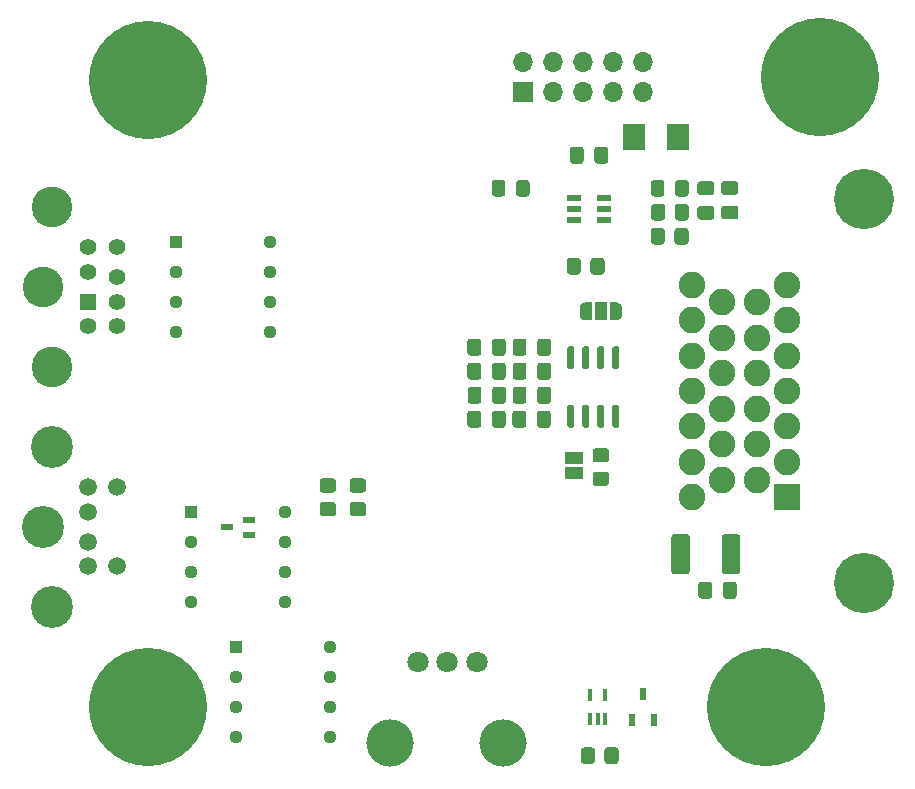
<source format=gbs>
%TF.GenerationSoftware,KiCad,Pcbnew,(5.1.10)-1*%
%TF.CreationDate,2022-05-04T21:28:41+02:00*%
%TF.ProjectId,telemetria tyl,74656c65-6d65-4747-9269-612074796c2e,rev?*%
%TF.SameCoordinates,Original*%
%TF.FileFunction,Soldermask,Bot*%
%TF.FilePolarity,Negative*%
%FSLAX46Y46*%
G04 Gerber Fmt 4.6, Leading zero omitted, Abs format (unit mm)*
G04 Created by KiCad (PCBNEW (5.1.10)-1) date 2022-05-04 21:28:41*
%MOMM*%
%LPD*%
G01*
G04 APERTURE LIST*
%ADD10C,1.800000*%
%ADD11C,4.000000*%
%ADD12C,1.509000*%
%ADD13C,3.555000*%
%ADD14C,0.900000*%
%ADD15C,10.000000*%
%ADD16R,2.250000X2.250000*%
%ADD17C,2.250000*%
%ADD18C,5.100000*%
%ADD19C,0.100000*%
%ADD20R,1.000000X1.500000*%
%ADD21R,1.500000X1.000000*%
%ADD22R,1.854500X2.286000*%
%ADD23R,1.000000X0.550000*%
%ADD24R,1.130000X1.130000*%
%ADD25C,1.130000*%
%ADD26R,1.700000X1.700000*%
%ADD27O,1.700000X1.700000*%
%ADD28R,1.390000X1.390000*%
%ADD29C,1.390000*%
%ADD30C,3.440000*%
%ADD31R,1.200000X0.600000*%
%ADD32R,0.400000X1.050000*%
%ADD33R,0.600000X1.050000*%
G04 APERTURE END LIST*
D10*
%TO.C,RV1*%
X63420000Y-74930000D03*
X60920000Y-74930000D03*
X58420000Y-74930000D03*
D11*
X65640000Y-81780000D03*
X56070000Y-81780000D03*
%TD*%
D12*
%TO.C,Mini_DIN_OUT1*%
X30480000Y-64770000D03*
X30480000Y-62170000D03*
X30480000Y-66820000D03*
X30480000Y-60120000D03*
X32970000Y-66820000D03*
X32970000Y-60120000D03*
D13*
X27480000Y-70230000D03*
X26670000Y-63470000D03*
X27480000Y-56710000D03*
%TD*%
%TO.C,R6*%
G36*
G01*
X79340000Y-38411999D02*
X79340000Y-39312001D01*
G75*
G02*
X79090001Y-39562000I-249999J0D01*
G01*
X78389999Y-39562000D01*
G75*
G02*
X78140000Y-39312001I0J249999D01*
G01*
X78140000Y-38411999D01*
G75*
G02*
X78389999Y-38162000I249999J0D01*
G01*
X79090001Y-38162000D01*
G75*
G02*
X79340000Y-38411999I0J-249999D01*
G01*
G37*
G36*
G01*
X81340000Y-38411999D02*
X81340000Y-39312001D01*
G75*
G02*
X81090001Y-39562000I-249999J0D01*
G01*
X80389999Y-39562000D01*
G75*
G02*
X80140000Y-39312001I0J249999D01*
G01*
X80140000Y-38411999D01*
G75*
G02*
X80389999Y-38162000I249999J0D01*
G01*
X81090001Y-38162000D01*
G75*
G02*
X81340000Y-38411999I0J-249999D01*
G01*
G37*
%TD*%
%TO.C,R5*%
G36*
G01*
X80172000Y-37280001D02*
X80172000Y-36379999D01*
G75*
G02*
X80421999Y-36130000I249999J0D01*
G01*
X81122001Y-36130000D01*
G75*
G02*
X81372000Y-36379999I0J-249999D01*
G01*
X81372000Y-37280001D01*
G75*
G02*
X81122001Y-37530000I-249999J0D01*
G01*
X80421999Y-37530000D01*
G75*
G02*
X80172000Y-37280001I0J249999D01*
G01*
G37*
G36*
G01*
X78172000Y-37280001D02*
X78172000Y-36379999D01*
G75*
G02*
X78421999Y-36130000I249999J0D01*
G01*
X79122001Y-36130000D01*
G75*
G02*
X79372000Y-36379999I0J-249999D01*
G01*
X79372000Y-37280001D01*
G75*
G02*
X79122001Y-37530000I-249999J0D01*
G01*
X78421999Y-37530000D01*
G75*
G02*
X78172000Y-37280001I0J249999D01*
G01*
G37*
%TD*%
%TO.C,R2*%
G36*
G01*
X73028000Y-41852001D02*
X73028000Y-40951999D01*
G75*
G02*
X73277999Y-40702000I249999J0D01*
G01*
X73978001Y-40702000D01*
G75*
G02*
X74228000Y-40951999I0J-249999D01*
G01*
X74228000Y-41852001D01*
G75*
G02*
X73978001Y-42102000I-249999J0D01*
G01*
X73277999Y-42102000D01*
G75*
G02*
X73028000Y-41852001I0J249999D01*
G01*
G37*
G36*
G01*
X71028000Y-41852001D02*
X71028000Y-40951999D01*
G75*
G02*
X71277999Y-40702000I249999J0D01*
G01*
X71978001Y-40702000D01*
G75*
G02*
X72228000Y-40951999I0J-249999D01*
G01*
X72228000Y-41852001D01*
G75*
G02*
X71978001Y-42102000I-249999J0D01*
G01*
X71277999Y-42102000D01*
G75*
G02*
X71028000Y-41852001I0J249999D01*
G01*
G37*
%TD*%
%TO.C,D4*%
G36*
G01*
X80206000Y-35248001D02*
X80206000Y-34347999D01*
G75*
G02*
X80455999Y-34098000I249999J0D01*
G01*
X81106001Y-34098000D01*
G75*
G02*
X81356000Y-34347999I0J-249999D01*
G01*
X81356000Y-35248001D01*
G75*
G02*
X81106001Y-35498000I-249999J0D01*
G01*
X80455999Y-35498000D01*
G75*
G02*
X80206000Y-35248001I0J249999D01*
G01*
G37*
G36*
G01*
X78156000Y-35248001D02*
X78156000Y-34347999D01*
G75*
G02*
X78405999Y-34098000I249999J0D01*
G01*
X79056001Y-34098000D01*
G75*
G02*
X79306000Y-34347999I0J-249999D01*
G01*
X79306000Y-35248001D01*
G75*
G02*
X79056001Y-35498000I-249999J0D01*
G01*
X78405999Y-35498000D01*
G75*
G02*
X78156000Y-35248001I0J249999D01*
G01*
G37*
%TD*%
%TO.C,D2*%
G36*
G01*
X65835000Y-34347999D02*
X65835000Y-35248001D01*
G75*
G02*
X65585001Y-35498000I-249999J0D01*
G01*
X64934999Y-35498000D01*
G75*
G02*
X64685000Y-35248001I0J249999D01*
G01*
X64685000Y-34347999D01*
G75*
G02*
X64934999Y-34098000I249999J0D01*
G01*
X65585001Y-34098000D01*
G75*
G02*
X65835000Y-34347999I0J-249999D01*
G01*
G37*
G36*
G01*
X67885000Y-34347999D02*
X67885000Y-35248001D01*
G75*
G02*
X67635001Y-35498000I-249999J0D01*
G01*
X66984999Y-35498000D01*
G75*
G02*
X66735000Y-35248001I0J249999D01*
G01*
X66735000Y-34347999D01*
G75*
G02*
X66984999Y-34098000I249999J0D01*
G01*
X67635001Y-34098000D01*
G75*
G02*
X67885000Y-34347999I0J-249999D01*
G01*
G37*
%TD*%
%TO.C,C6*%
G36*
G01*
X84361000Y-36264000D02*
X85311000Y-36264000D01*
G75*
G02*
X85561000Y-36514000I0J-250000D01*
G01*
X85561000Y-37189000D01*
G75*
G02*
X85311000Y-37439000I-250000J0D01*
G01*
X84361000Y-37439000D01*
G75*
G02*
X84111000Y-37189000I0J250000D01*
G01*
X84111000Y-36514000D01*
G75*
G02*
X84361000Y-36264000I250000J0D01*
G01*
G37*
G36*
G01*
X84361000Y-34189000D02*
X85311000Y-34189000D01*
G75*
G02*
X85561000Y-34439000I0J-250000D01*
G01*
X85561000Y-35114000D01*
G75*
G02*
X85311000Y-35364000I-250000J0D01*
G01*
X84361000Y-35364000D01*
G75*
G02*
X84111000Y-35114000I0J250000D01*
G01*
X84111000Y-34439000D01*
G75*
G02*
X84361000Y-34189000I250000J0D01*
G01*
G37*
%TD*%
%TO.C,C5*%
G36*
G01*
X82329000Y-36285500D02*
X83279000Y-36285500D01*
G75*
G02*
X83529000Y-36535500I0J-250000D01*
G01*
X83529000Y-37210500D01*
G75*
G02*
X83279000Y-37460500I-250000J0D01*
G01*
X82329000Y-37460500D01*
G75*
G02*
X82079000Y-37210500I0J250000D01*
G01*
X82079000Y-36535500D01*
G75*
G02*
X82329000Y-36285500I250000J0D01*
G01*
G37*
G36*
G01*
X82329000Y-34210500D02*
X83279000Y-34210500D01*
G75*
G02*
X83529000Y-34460500I0J-250000D01*
G01*
X83529000Y-35135500D01*
G75*
G02*
X83279000Y-35385500I-250000J0D01*
G01*
X82329000Y-35385500D01*
G75*
G02*
X82079000Y-35135500I0J250000D01*
G01*
X82079000Y-34460500D01*
G75*
G02*
X82329000Y-34210500I250000J0D01*
G01*
G37*
%TD*%
%TO.C,C3*%
G36*
G01*
X73369500Y-32479000D02*
X73369500Y-31529000D01*
G75*
G02*
X73619500Y-31279000I250000J0D01*
G01*
X74294500Y-31279000D01*
G75*
G02*
X74544500Y-31529000I0J-250000D01*
G01*
X74544500Y-32479000D01*
G75*
G02*
X74294500Y-32729000I-250000J0D01*
G01*
X73619500Y-32729000D01*
G75*
G02*
X73369500Y-32479000I0J250000D01*
G01*
G37*
G36*
G01*
X71294500Y-32479000D02*
X71294500Y-31529000D01*
G75*
G02*
X71544500Y-31279000I250000J0D01*
G01*
X72219500Y-31279000D01*
G75*
G02*
X72469500Y-31529000I0J-250000D01*
G01*
X72469500Y-32479000D01*
G75*
G02*
X72219500Y-32729000I-250000J0D01*
G01*
X71544500Y-32729000D01*
G75*
G02*
X71294500Y-32479000I0J250000D01*
G01*
G37*
%TD*%
%TO.C,C13*%
G36*
G01*
X68522000Y-48735000D02*
X68522000Y-47785000D01*
G75*
G02*
X68772000Y-47535000I250000J0D01*
G01*
X69447000Y-47535000D01*
G75*
G02*
X69697000Y-47785000I0J-250000D01*
G01*
X69697000Y-48735000D01*
G75*
G02*
X69447000Y-48985000I-250000J0D01*
G01*
X68772000Y-48985000D01*
G75*
G02*
X68522000Y-48735000I0J250000D01*
G01*
G37*
G36*
G01*
X66447000Y-48735000D02*
X66447000Y-47785000D01*
G75*
G02*
X66697000Y-47535000I250000J0D01*
G01*
X67372000Y-47535000D01*
G75*
G02*
X67622000Y-47785000I0J-250000D01*
G01*
X67622000Y-48735000D01*
G75*
G02*
X67372000Y-48985000I-250000J0D01*
G01*
X66697000Y-48985000D01*
G75*
G02*
X66447000Y-48735000I0J250000D01*
G01*
G37*
%TD*%
%TO.C,C14*%
G36*
G01*
X66447000Y-50767000D02*
X66447000Y-49817000D01*
G75*
G02*
X66697000Y-49567000I250000J0D01*
G01*
X67372000Y-49567000D01*
G75*
G02*
X67622000Y-49817000I0J-250000D01*
G01*
X67622000Y-50767000D01*
G75*
G02*
X67372000Y-51017000I-250000J0D01*
G01*
X66697000Y-51017000D01*
G75*
G02*
X66447000Y-50767000I0J250000D01*
G01*
G37*
G36*
G01*
X68522000Y-50767000D02*
X68522000Y-49817000D01*
G75*
G02*
X68772000Y-49567000I250000J0D01*
G01*
X69447000Y-49567000D01*
G75*
G02*
X69697000Y-49817000I0J-250000D01*
G01*
X69697000Y-50767000D01*
G75*
G02*
X69447000Y-51017000I-250000J0D01*
G01*
X68772000Y-51017000D01*
G75*
G02*
X68522000Y-50767000I0J250000D01*
G01*
G37*
%TD*%
%TO.C,C12*%
G36*
G01*
X83348500Y-68359000D02*
X83348500Y-69309000D01*
G75*
G02*
X83098500Y-69559000I-250000J0D01*
G01*
X82423500Y-69559000D01*
G75*
G02*
X82173500Y-69309000I0J250000D01*
G01*
X82173500Y-68359000D01*
G75*
G02*
X82423500Y-68109000I250000J0D01*
G01*
X83098500Y-68109000D01*
G75*
G02*
X83348500Y-68359000I0J-250000D01*
G01*
G37*
G36*
G01*
X85423500Y-68359000D02*
X85423500Y-69309000D01*
G75*
G02*
X85173500Y-69559000I-250000J0D01*
G01*
X84498500Y-69559000D01*
G75*
G02*
X84248500Y-69309000I0J250000D01*
G01*
X84248500Y-68359000D01*
G75*
G02*
X84498500Y-68109000I250000J0D01*
G01*
X85173500Y-68109000D01*
G75*
G02*
X85423500Y-68359000I0J-250000D01*
G01*
G37*
%TD*%
%TO.C,C15*%
G36*
G01*
X68522000Y-52799000D02*
X68522000Y-51849000D01*
G75*
G02*
X68772000Y-51599000I250000J0D01*
G01*
X69447000Y-51599000D01*
G75*
G02*
X69697000Y-51849000I0J-250000D01*
G01*
X69697000Y-52799000D01*
G75*
G02*
X69447000Y-53049000I-250000J0D01*
G01*
X68772000Y-53049000D01*
G75*
G02*
X68522000Y-52799000I0J250000D01*
G01*
G37*
G36*
G01*
X66447000Y-52799000D02*
X66447000Y-51849000D01*
G75*
G02*
X66697000Y-51599000I250000J0D01*
G01*
X67372000Y-51599000D01*
G75*
G02*
X67622000Y-51849000I0J-250000D01*
G01*
X67622000Y-52799000D01*
G75*
G02*
X67372000Y-53049000I-250000J0D01*
G01*
X66697000Y-53049000D01*
G75*
G02*
X66447000Y-52799000I0J250000D01*
G01*
G37*
%TD*%
%TO.C,C17*%
G36*
G01*
X64690500Y-48735000D02*
X64690500Y-47785000D01*
G75*
G02*
X64940500Y-47535000I250000J0D01*
G01*
X65615500Y-47535000D01*
G75*
G02*
X65865500Y-47785000I0J-250000D01*
G01*
X65865500Y-48735000D01*
G75*
G02*
X65615500Y-48985000I-250000J0D01*
G01*
X64940500Y-48985000D01*
G75*
G02*
X64690500Y-48735000I0J250000D01*
G01*
G37*
G36*
G01*
X62615500Y-48735000D02*
X62615500Y-47785000D01*
G75*
G02*
X62865500Y-47535000I250000J0D01*
G01*
X63540500Y-47535000D01*
G75*
G02*
X63790500Y-47785000I0J-250000D01*
G01*
X63790500Y-48735000D01*
G75*
G02*
X63540500Y-48985000I-250000J0D01*
G01*
X62865500Y-48985000D01*
G75*
G02*
X62615500Y-48735000I0J250000D01*
G01*
G37*
%TD*%
D14*
%TO.C,H4*%
X95107650Y-22748350D03*
X92456000Y-21650000D03*
X89804350Y-22748350D03*
X88706000Y-25400000D03*
X89804350Y-28051650D03*
X92456000Y-29150000D03*
X95107650Y-28051650D03*
X96206000Y-25400000D03*
D15*
X92456000Y-25400000D03*
%TD*%
%TO.C,C20*%
G36*
G01*
X62615500Y-54831000D02*
X62615500Y-53881000D01*
G75*
G02*
X62865500Y-53631000I250000J0D01*
G01*
X63540500Y-53631000D01*
G75*
G02*
X63790500Y-53881000I0J-250000D01*
G01*
X63790500Y-54831000D01*
G75*
G02*
X63540500Y-55081000I-250000J0D01*
G01*
X62865500Y-55081000D01*
G75*
G02*
X62615500Y-54831000I0J250000D01*
G01*
G37*
G36*
G01*
X64690500Y-54831000D02*
X64690500Y-53881000D01*
G75*
G02*
X64940500Y-53631000I250000J0D01*
G01*
X65615500Y-53631000D01*
G75*
G02*
X65865500Y-53881000I0J-250000D01*
G01*
X65865500Y-54831000D01*
G75*
G02*
X65615500Y-55081000I-250000J0D01*
G01*
X64940500Y-55081000D01*
G75*
G02*
X64690500Y-54831000I0J250000D01*
G01*
G37*
%TD*%
D14*
%TO.C,H2*%
X38211650Y-23002350D03*
X35560000Y-21904000D03*
X32908350Y-23002350D03*
X31810000Y-25654000D03*
X32908350Y-28305650D03*
X35560000Y-29404000D03*
X38211650Y-28305650D03*
X39310000Y-25654000D03*
D15*
X35560000Y-25654000D03*
%TD*%
%TO.C,R4*%
G36*
G01*
X74364001Y-58004000D02*
X73463999Y-58004000D01*
G75*
G02*
X73214000Y-57754001I0J249999D01*
G01*
X73214000Y-57053999D01*
G75*
G02*
X73463999Y-56804000I249999J0D01*
G01*
X74364001Y-56804000D01*
G75*
G02*
X74614000Y-57053999I0J-249999D01*
G01*
X74614000Y-57754001D01*
G75*
G02*
X74364001Y-58004000I-249999J0D01*
G01*
G37*
G36*
G01*
X74364001Y-60004000D02*
X73463999Y-60004000D01*
G75*
G02*
X73214000Y-59754001I0J249999D01*
G01*
X73214000Y-59053999D01*
G75*
G02*
X73463999Y-58804000I249999J0D01*
G01*
X74364001Y-58804000D01*
G75*
G02*
X74614000Y-59053999I0J-249999D01*
G01*
X74614000Y-59754001D01*
G75*
G02*
X74364001Y-60004000I-249999J0D01*
G01*
G37*
%TD*%
%TO.C,C18*%
G36*
G01*
X62615500Y-50767000D02*
X62615500Y-49817000D01*
G75*
G02*
X62865500Y-49567000I250000J0D01*
G01*
X63540500Y-49567000D01*
G75*
G02*
X63790500Y-49817000I0J-250000D01*
G01*
X63790500Y-50767000D01*
G75*
G02*
X63540500Y-51017000I-250000J0D01*
G01*
X62865500Y-51017000D01*
G75*
G02*
X62615500Y-50767000I0J250000D01*
G01*
G37*
G36*
G01*
X64690500Y-50767000D02*
X64690500Y-49817000D01*
G75*
G02*
X64940500Y-49567000I250000J0D01*
G01*
X65615500Y-49567000D01*
G75*
G02*
X65865500Y-49817000I0J-250000D01*
G01*
X65865500Y-50767000D01*
G75*
G02*
X65615500Y-51017000I-250000J0D01*
G01*
X64940500Y-51017000D01*
G75*
G02*
X64690500Y-50767000I0J250000D01*
G01*
G37*
%TD*%
%TO.C,H1*%
X35560000Y-78740000D03*
D14*
X39310000Y-78740000D03*
X38211650Y-81391650D03*
X35560000Y-82490000D03*
X32908350Y-81391650D03*
X31810000Y-78740000D03*
X32908350Y-76088350D03*
X35560000Y-74990000D03*
X38211650Y-76088350D03*
%TD*%
%TO.C,C16*%
G36*
G01*
X68500500Y-54831000D02*
X68500500Y-53881000D01*
G75*
G02*
X68750500Y-53631000I250000J0D01*
G01*
X69425500Y-53631000D01*
G75*
G02*
X69675500Y-53881000I0J-250000D01*
G01*
X69675500Y-54831000D01*
G75*
G02*
X69425500Y-55081000I-250000J0D01*
G01*
X68750500Y-55081000D01*
G75*
G02*
X68500500Y-54831000I0J250000D01*
G01*
G37*
G36*
G01*
X66425500Y-54831000D02*
X66425500Y-53881000D01*
G75*
G02*
X66675500Y-53631000I250000J0D01*
G01*
X67350500Y-53631000D01*
G75*
G02*
X67600500Y-53881000I0J-250000D01*
G01*
X67600500Y-54831000D01*
G75*
G02*
X67350500Y-55081000I-250000J0D01*
G01*
X66675500Y-55081000D01*
G75*
G02*
X66425500Y-54831000I0J250000D01*
G01*
G37*
%TD*%
%TO.C,C19*%
G36*
G01*
X64712000Y-52799000D02*
X64712000Y-51849000D01*
G75*
G02*
X64962000Y-51599000I250000J0D01*
G01*
X65637000Y-51599000D01*
G75*
G02*
X65887000Y-51849000I0J-250000D01*
G01*
X65887000Y-52799000D01*
G75*
G02*
X65637000Y-53049000I-250000J0D01*
G01*
X64962000Y-53049000D01*
G75*
G02*
X64712000Y-52799000I0J250000D01*
G01*
G37*
G36*
G01*
X62637000Y-52799000D02*
X62637000Y-51849000D01*
G75*
G02*
X62887000Y-51599000I250000J0D01*
G01*
X63562000Y-51599000D01*
G75*
G02*
X63812000Y-51849000I0J-250000D01*
G01*
X63812000Y-52799000D01*
G75*
G02*
X63562000Y-53049000I-250000J0D01*
G01*
X62887000Y-53049000D01*
G75*
G02*
X62637000Y-52799000I0J250000D01*
G01*
G37*
%TD*%
%TO.C,FB1*%
G36*
G01*
X85729000Y-64335999D02*
X85729000Y-67236001D01*
G75*
G02*
X85479001Y-67486000I-249999J0D01*
G01*
X84403999Y-67486000D01*
G75*
G02*
X84154000Y-67236001I0J249999D01*
G01*
X84154000Y-64335999D01*
G75*
G02*
X84403999Y-64086000I249999J0D01*
G01*
X85479001Y-64086000D01*
G75*
G02*
X85729000Y-64335999I0J-249999D01*
G01*
G37*
G36*
G01*
X81454000Y-64335999D02*
X81454000Y-67236001D01*
G75*
G02*
X81204001Y-67486000I-249999J0D01*
G01*
X80128999Y-67486000D01*
G75*
G02*
X79879000Y-67236001I0J249999D01*
G01*
X79879000Y-64335999D01*
G75*
G02*
X80128999Y-64086000I249999J0D01*
G01*
X81204001Y-64086000D01*
G75*
G02*
X81454000Y-64335999I0J-249999D01*
G01*
G37*
%TD*%
D15*
%TO.C,H3*%
X87884000Y-78740000D03*
D14*
X91634000Y-78740000D03*
X90535650Y-81391650D03*
X87884000Y-82490000D03*
X85232350Y-81391650D03*
X84134000Y-78740000D03*
X85232350Y-76088350D03*
X87884000Y-74990000D03*
X90535650Y-76088350D03*
%TD*%
D16*
%TO.C,J1*%
X89662000Y-60960000D03*
D17*
X89662000Y-57960000D03*
X89662000Y-54960000D03*
X89662000Y-51960000D03*
X89662000Y-48960000D03*
X89662000Y-45960000D03*
X89662000Y-42960000D03*
X87162000Y-44460000D03*
X87162000Y-47460000D03*
X87162000Y-50460000D03*
X87162000Y-53460000D03*
X87162000Y-56460000D03*
X87162000Y-59460000D03*
X84162000Y-59460000D03*
X84162000Y-56460000D03*
X84162000Y-53460000D03*
X84162000Y-50460000D03*
X84162000Y-47460000D03*
X84162000Y-44460000D03*
X81662000Y-42960000D03*
X81662000Y-45960000D03*
X81662000Y-48960000D03*
X81662000Y-51960000D03*
X81662000Y-54960000D03*
X81662000Y-57960000D03*
X81662000Y-60960000D03*
D18*
X96162000Y-68210000D03*
X96162000Y-35710000D03*
%TD*%
D19*
%TO.C,JP1*%
G36*
X74664000Y-44462000D02*
G01*
X75214000Y-44462000D01*
X75214000Y-44462602D01*
X75238534Y-44462602D01*
X75287365Y-44467412D01*
X75335490Y-44476984D01*
X75382445Y-44491228D01*
X75427778Y-44510005D01*
X75471051Y-44533136D01*
X75511850Y-44560396D01*
X75549779Y-44591524D01*
X75584476Y-44626221D01*
X75615604Y-44664150D01*
X75642864Y-44704949D01*
X75665995Y-44748222D01*
X75684772Y-44793555D01*
X75699016Y-44840510D01*
X75708588Y-44888635D01*
X75713398Y-44937466D01*
X75713398Y-44962000D01*
X75714000Y-44962000D01*
X75714000Y-45462000D01*
X75713398Y-45462000D01*
X75713398Y-45486534D01*
X75708588Y-45535365D01*
X75699016Y-45583490D01*
X75684772Y-45630445D01*
X75665995Y-45675778D01*
X75642864Y-45719051D01*
X75615604Y-45759850D01*
X75584476Y-45797779D01*
X75549779Y-45832476D01*
X75511850Y-45863604D01*
X75471051Y-45890864D01*
X75427778Y-45913995D01*
X75382445Y-45932772D01*
X75335490Y-45947016D01*
X75287365Y-45956588D01*
X75238534Y-45961398D01*
X75214000Y-45961398D01*
X75214000Y-45962000D01*
X74664000Y-45962000D01*
X74664000Y-44462000D01*
G37*
G36*
X72614000Y-45961398D02*
G01*
X72589466Y-45961398D01*
X72540635Y-45956588D01*
X72492510Y-45947016D01*
X72445555Y-45932772D01*
X72400222Y-45913995D01*
X72356949Y-45890864D01*
X72316150Y-45863604D01*
X72278221Y-45832476D01*
X72243524Y-45797779D01*
X72212396Y-45759850D01*
X72185136Y-45719051D01*
X72162005Y-45675778D01*
X72143228Y-45630445D01*
X72128984Y-45583490D01*
X72119412Y-45535365D01*
X72114602Y-45486534D01*
X72114602Y-45462000D01*
X72114000Y-45462000D01*
X72114000Y-44962000D01*
X72114602Y-44962000D01*
X72114602Y-44937466D01*
X72119412Y-44888635D01*
X72128984Y-44840510D01*
X72143228Y-44793555D01*
X72162005Y-44748222D01*
X72185136Y-44704949D01*
X72212396Y-44664150D01*
X72243524Y-44626221D01*
X72278221Y-44591524D01*
X72316150Y-44560396D01*
X72356949Y-44533136D01*
X72400222Y-44510005D01*
X72445555Y-44491228D01*
X72492510Y-44476984D01*
X72540635Y-44467412D01*
X72589466Y-44462602D01*
X72614000Y-44462602D01*
X72614000Y-44462000D01*
X73164000Y-44462000D01*
X73164000Y-45962000D01*
X72614000Y-45962000D01*
X72614000Y-45961398D01*
G37*
D20*
X73914000Y-45212000D03*
%TD*%
D21*
%TO.C,JP2*%
X71628000Y-57628000D03*
X71628000Y-58928000D03*
%TD*%
D22*
%TO.C,L1*%
X80492500Y-30480000D03*
X76708000Y-30480000D03*
%TD*%
%TO.C,U2*%
G36*
G01*
X71224000Y-48177000D02*
X71524000Y-48177000D01*
G75*
G02*
X71674000Y-48327000I0J-150000D01*
G01*
X71674000Y-49977000D01*
G75*
G02*
X71524000Y-50127000I-150000J0D01*
G01*
X71224000Y-50127000D01*
G75*
G02*
X71074000Y-49977000I0J150000D01*
G01*
X71074000Y-48327000D01*
G75*
G02*
X71224000Y-48177000I150000J0D01*
G01*
G37*
G36*
G01*
X72494000Y-48177000D02*
X72794000Y-48177000D01*
G75*
G02*
X72944000Y-48327000I0J-150000D01*
G01*
X72944000Y-49977000D01*
G75*
G02*
X72794000Y-50127000I-150000J0D01*
G01*
X72494000Y-50127000D01*
G75*
G02*
X72344000Y-49977000I0J150000D01*
G01*
X72344000Y-48327000D01*
G75*
G02*
X72494000Y-48177000I150000J0D01*
G01*
G37*
G36*
G01*
X73764000Y-48177000D02*
X74064000Y-48177000D01*
G75*
G02*
X74214000Y-48327000I0J-150000D01*
G01*
X74214000Y-49977000D01*
G75*
G02*
X74064000Y-50127000I-150000J0D01*
G01*
X73764000Y-50127000D01*
G75*
G02*
X73614000Y-49977000I0J150000D01*
G01*
X73614000Y-48327000D01*
G75*
G02*
X73764000Y-48177000I150000J0D01*
G01*
G37*
G36*
G01*
X75034000Y-48177000D02*
X75334000Y-48177000D01*
G75*
G02*
X75484000Y-48327000I0J-150000D01*
G01*
X75484000Y-49977000D01*
G75*
G02*
X75334000Y-50127000I-150000J0D01*
G01*
X75034000Y-50127000D01*
G75*
G02*
X74884000Y-49977000I0J150000D01*
G01*
X74884000Y-48327000D01*
G75*
G02*
X75034000Y-48177000I150000J0D01*
G01*
G37*
G36*
G01*
X75034000Y-53127000D02*
X75334000Y-53127000D01*
G75*
G02*
X75484000Y-53277000I0J-150000D01*
G01*
X75484000Y-54927000D01*
G75*
G02*
X75334000Y-55077000I-150000J0D01*
G01*
X75034000Y-55077000D01*
G75*
G02*
X74884000Y-54927000I0J150000D01*
G01*
X74884000Y-53277000D01*
G75*
G02*
X75034000Y-53127000I150000J0D01*
G01*
G37*
G36*
G01*
X73764000Y-53127000D02*
X74064000Y-53127000D01*
G75*
G02*
X74214000Y-53277000I0J-150000D01*
G01*
X74214000Y-54927000D01*
G75*
G02*
X74064000Y-55077000I-150000J0D01*
G01*
X73764000Y-55077000D01*
G75*
G02*
X73614000Y-54927000I0J150000D01*
G01*
X73614000Y-53277000D01*
G75*
G02*
X73764000Y-53127000I150000J0D01*
G01*
G37*
G36*
G01*
X72494000Y-53127000D02*
X72794000Y-53127000D01*
G75*
G02*
X72944000Y-53277000I0J-150000D01*
G01*
X72944000Y-54927000D01*
G75*
G02*
X72794000Y-55077000I-150000J0D01*
G01*
X72494000Y-55077000D01*
G75*
G02*
X72344000Y-54927000I0J150000D01*
G01*
X72344000Y-53277000D01*
G75*
G02*
X72494000Y-53127000I150000J0D01*
G01*
G37*
G36*
G01*
X71224000Y-53127000D02*
X71524000Y-53127000D01*
G75*
G02*
X71674000Y-53277000I0J-150000D01*
G01*
X71674000Y-54927000D01*
G75*
G02*
X71524000Y-55077000I-150000J0D01*
G01*
X71224000Y-55077000D01*
G75*
G02*
X71074000Y-54927000I0J150000D01*
G01*
X71074000Y-53277000D01*
G75*
G02*
X71224000Y-53127000I150000J0D01*
G01*
G37*
%TD*%
D23*
%TO.C,BJT1*%
X44130000Y-62850000D03*
X44130000Y-64150000D03*
X42230000Y-63500000D03*
%TD*%
D24*
%TO.C,IC1*%
X43020000Y-73660000D03*
D25*
X43020000Y-76200000D03*
X43020000Y-78740000D03*
X43020000Y-81280000D03*
X50960000Y-81280000D03*
X50960000Y-78740000D03*
X50960000Y-76200000D03*
X50960000Y-73660000D03*
%TD*%
D24*
%TO.C,IC2*%
X37940000Y-39370000D03*
D25*
X37940000Y-41910000D03*
X37940000Y-44450000D03*
X37940000Y-46990000D03*
X45880000Y-46990000D03*
X45880000Y-44450000D03*
X45880000Y-41910000D03*
X45880000Y-39370000D03*
%TD*%
%TO.C,IC3*%
X47150000Y-62230000D03*
X47150000Y-64770000D03*
X47150000Y-67310000D03*
X47150000Y-69850000D03*
X39210000Y-69850000D03*
X39210000Y-67310000D03*
X39210000Y-64770000D03*
D24*
X39210000Y-62230000D03*
%TD*%
D26*
%TO.C,J2*%
X67310000Y-26670000D03*
D27*
X67310000Y-24130000D03*
X69850000Y-26670000D03*
X69850000Y-24130000D03*
X72390000Y-26670000D03*
X72390000Y-24130000D03*
X74930000Y-26670000D03*
X74930000Y-24130000D03*
X77470000Y-26670000D03*
X77470000Y-24130000D03*
%TD*%
D28*
%TO.C,Mini_DIN_IN1*%
X30480000Y-44450000D03*
D29*
X30480000Y-41850000D03*
X30480000Y-46500000D03*
X32970000Y-44450000D03*
X30480000Y-39800000D03*
X32970000Y-46500000D03*
X32970000Y-42340000D03*
X32970000Y-39800000D03*
D30*
X27480000Y-36390000D03*
X26670000Y-43150000D03*
X27480000Y-49910000D03*
%TD*%
D31*
%TO.C,PS1*%
X71648000Y-35626000D03*
X71648000Y-36576000D03*
X71648000Y-37526000D03*
X74148000Y-37526000D03*
X74148000Y-36576000D03*
X74148000Y-35626000D03*
%TD*%
D32*
%TO.C,IC4*%
X74310000Y-79740000D03*
X73660000Y-79740000D03*
X73010000Y-79740000D03*
X73010000Y-77740000D03*
X74310000Y-77740000D03*
%TD*%
%TO.C,R20*%
G36*
G01*
X72225001Y-83295000D02*
X72225001Y-82394998D01*
G75*
G02*
X72475000Y-82144999I249999J0D01*
G01*
X73175002Y-82144999D01*
G75*
G02*
X73425001Y-82394998I0J-249999D01*
G01*
X73425001Y-83295000D01*
G75*
G02*
X73175002Y-83544999I-249999J0D01*
G01*
X72475000Y-83544999D01*
G75*
G02*
X72225001Y-83295000I0J249999D01*
G01*
G37*
G36*
G01*
X74225001Y-83295000D02*
X74225001Y-82394998D01*
G75*
G02*
X74475000Y-82144999I249999J0D01*
G01*
X75175002Y-82144999D01*
G75*
G02*
X75425001Y-82394998I0J-249999D01*
G01*
X75425001Y-83295000D01*
G75*
G02*
X75175002Y-83544999I-249999J0D01*
G01*
X74475000Y-83544999D01*
G75*
G02*
X74225001Y-83295000I0J249999D01*
G01*
G37*
%TD*%
%TO.C,R21*%
G36*
G01*
X51250001Y-60560000D02*
X50349999Y-60560000D01*
G75*
G02*
X50100000Y-60310001I0J249999D01*
G01*
X50100000Y-59609999D01*
G75*
G02*
X50349999Y-59360000I249999J0D01*
G01*
X51250001Y-59360000D01*
G75*
G02*
X51500000Y-59609999I0J-249999D01*
G01*
X51500000Y-60310001D01*
G75*
G02*
X51250001Y-60560000I-249999J0D01*
G01*
G37*
G36*
G01*
X51250001Y-62560000D02*
X50349999Y-62560000D01*
G75*
G02*
X50100000Y-62310001I0J249999D01*
G01*
X50100000Y-61609999D01*
G75*
G02*
X50349999Y-61360000I249999J0D01*
G01*
X51250001Y-61360000D01*
G75*
G02*
X51500000Y-61609999I0J-249999D01*
G01*
X51500000Y-62310001D01*
G75*
G02*
X51250001Y-62560000I-249999J0D01*
G01*
G37*
%TD*%
%TO.C,R22*%
G36*
G01*
X53790001Y-62560000D02*
X52889999Y-62560000D01*
G75*
G02*
X52640000Y-62310001I0J249999D01*
G01*
X52640000Y-61609999D01*
G75*
G02*
X52889999Y-61360000I249999J0D01*
G01*
X53790001Y-61360000D01*
G75*
G02*
X54040000Y-61609999I0J-249999D01*
G01*
X54040000Y-62310001D01*
G75*
G02*
X53790001Y-62560000I-249999J0D01*
G01*
G37*
G36*
G01*
X53790001Y-60560000D02*
X52889999Y-60560000D01*
G75*
G02*
X52640000Y-60310001I0J249999D01*
G01*
X52640000Y-59609999D01*
G75*
G02*
X52889999Y-59360000I249999J0D01*
G01*
X53790001Y-59360000D01*
G75*
G02*
X54040000Y-59609999I0J-249999D01*
G01*
X54040000Y-60310001D01*
G75*
G02*
X53790001Y-60560000I-249999J0D01*
G01*
G37*
%TD*%
D33*
%TO.C,Q1*%
X78420000Y-79840000D03*
X76520000Y-79840000D03*
X77470000Y-77640000D03*
%TD*%
M02*

</source>
